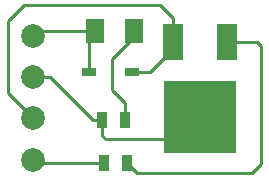
<source format=gtl>
G04 (created by PCBNEW (2013-07-07 BZR 4022)-stable) date 3/6/2015 3:42:32 AM*
%MOIN*%
G04 Gerber Fmt 3.4, Leading zero omitted, Abs format*
%FSLAX34Y34*%
G01*
G70*
G90*
G04 APERTURE LIST*
%ADD10C,0.00590551*%
%ADD11R,0.0472X0.0276*%
%ADD12R,0.06X0.08*%
%ADD13R,0.035X0.055*%
%ADD14R,0.065X0.12*%
%ADD15R,0.24X0.24*%
%ADD16C,0.0787402*%
%ADD17C,0.01*%
G04 APERTURE END LIST*
G54D10*
G54D11*
X10594Y-8149D03*
X9138Y-8149D03*
G54D12*
X9351Y-6769D03*
X10651Y-6769D03*
G54D13*
X9656Y-11194D03*
X10406Y-11194D03*
X9596Y-9739D03*
X10346Y-9739D03*
G54D14*
X13751Y-7159D03*
G54D15*
X12851Y-9659D03*
G54D14*
X11951Y-7159D03*
G54D16*
X7286Y-6936D03*
X7286Y-8314D03*
X7286Y-9691D03*
X7286Y-11069D03*
G54D17*
X9138Y-8149D02*
X9138Y-6982D01*
X9138Y-6982D02*
X9351Y-6769D01*
X9351Y-6769D02*
X7453Y-6769D01*
X7453Y-6769D02*
X7286Y-6936D01*
X9656Y-11194D02*
X7410Y-11194D01*
X7410Y-11194D02*
X7286Y-11069D01*
X11951Y-7159D02*
X11951Y-6349D01*
X6446Y-8851D02*
X7286Y-9691D01*
X6446Y-6454D02*
X6446Y-8851D01*
X6971Y-5929D02*
X6446Y-6454D01*
X11531Y-5929D02*
X6971Y-5929D01*
X11951Y-6349D02*
X11531Y-5929D01*
X10594Y-8149D02*
X11171Y-8149D01*
X11951Y-7369D02*
X11951Y-7159D01*
X11171Y-8149D02*
X11951Y-7369D01*
X9596Y-9739D02*
X9596Y-10279D01*
X12111Y-10399D02*
X12851Y-9659D01*
X9716Y-10399D02*
X12111Y-10399D01*
X9596Y-10279D02*
X9716Y-10399D01*
X9596Y-9739D02*
X9281Y-9739D01*
X7856Y-8314D02*
X7286Y-8314D01*
X9281Y-9739D02*
X7856Y-8314D01*
X10651Y-6769D02*
X10651Y-6989D01*
X10346Y-9184D02*
X10346Y-9739D01*
X9926Y-8764D02*
X10346Y-9184D01*
X9926Y-7714D02*
X9926Y-8764D01*
X10651Y-6989D02*
X9926Y-7714D01*
X10406Y-11194D02*
X10421Y-11194D01*
X14756Y-7159D02*
X13751Y-7159D01*
X14891Y-7294D02*
X14756Y-7159D01*
X14891Y-11209D02*
X14891Y-7294D01*
X14576Y-11524D02*
X14891Y-11209D01*
X10751Y-11524D02*
X14576Y-11524D01*
X10421Y-11194D02*
X10751Y-11524D01*
M02*

</source>
